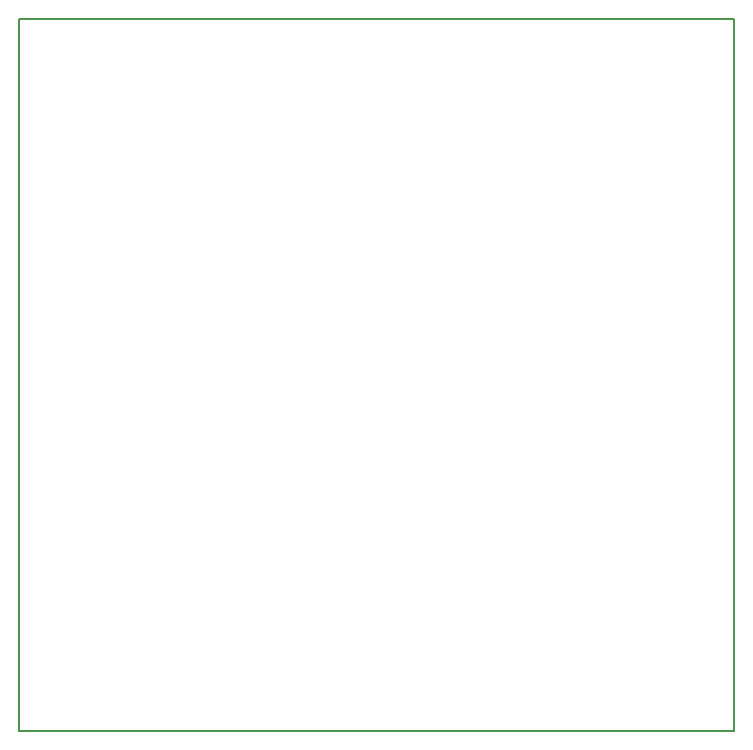
<source format=gbr>
G04 #@! TF.FileFunction,Profile,NP*
%FSLAX46Y46*%
G04 Gerber Fmt 4.6, Leading zero omitted, Abs format (unit mm)*
G04 Created by KiCad (PCBNEW 4.0.6-e0-6349~53~ubuntu14.04.1) date Sun Apr 30 16:03:09 2017*
%MOMM*%
%LPD*%
G01*
G04 APERTURE LIST*
%ADD10C,0.100000*%
%ADD11C,0.150000*%
G04 APERTURE END LIST*
D10*
D11*
X78486000Y-149098000D02*
X78486000Y-88773000D01*
X139065000Y-149098000D02*
X78486000Y-149098000D01*
X139065000Y-88773000D02*
X139065000Y-149098000D01*
X78486000Y-88773000D02*
X139065000Y-88773000D01*
M02*

</source>
